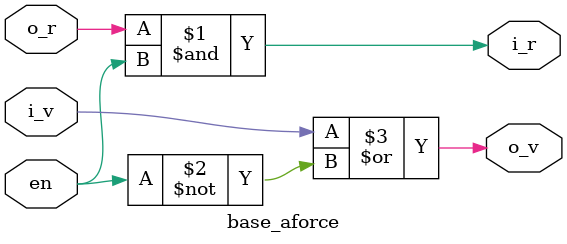
<source format=sv>
/*
 * Copyright 2017 IBM Corporation
 * Licensed to the Apache Software Foundation (ASF) under one
 * or more contributor license agreements.  See the NOTICE file
 * distributed with this work for additional information
 * regarding copyright ownership.  The ASF licenses this file
 * to you under the Apache License, Version 2.0 (the
 * "License"); you may not use this file except in compliance
 * with the License.  You may obtain a copy of the License at
 *
 *     http://www.apache.org/licenses/LICENSE-2.0
 *
 * Unless required by applicable law or agreed to in writing, software
 * distributed under the License is distributed on an "AS IS" BASIS,
 * WITHOUT WARRANTIES OR CONDITIONS OF ANY KIND, either express or implied.
 * See the License for the specific language governing permissions and
 * limitations under the License.
 *
 * Author: Andrew K Martin akmartin@us.ibm.com
 */
 
//  if qual=1, then input goes to output.
//  if qual=0, then output is manufactured and input held
//  dual of filter
module base_aforce#(parameter width=1)
  (input  [0:width-1] en,
   input  [0:width-1] i_v,
   output [0:width-1] i_r,

   output [0:width-1] o_v,
   input  [0:width-1] o_r);

   assign i_r = o_r & en;
   assign o_v = i_v | ~en;
endmodule // base_afilter


</source>
